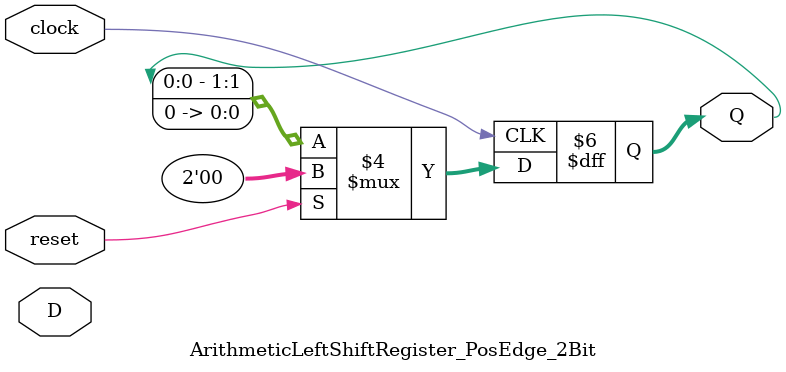
<source format=v>
module ArithmeticLeftShiftRegister_PosEdge_2Bit (clock, reset, D, Q);
    input clock;
    input reset;
    input [1:0] D;
    output reg [1:0] Q;

    always @(posedge clock)
    begin
        if (reset)
            Q = 2'b00;
        else
            Q = Q << 1 ;        
    end
endmodule

</source>
